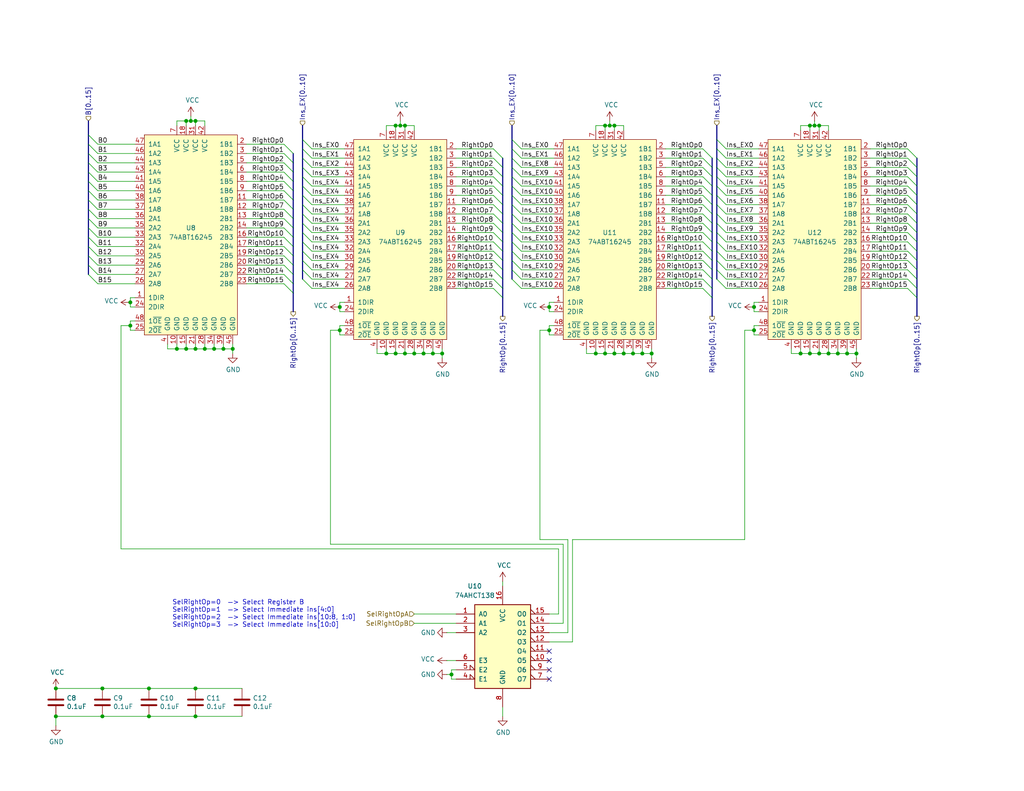
<source format=kicad_sch>
(kicad_sch (version 20250114) (generator "eeschema") (generator_version "9.0")
  (paper "USLetter")
  (title_block (title "Select Right Operand") (date "2025-07-03") (rev "A") (comment 2 "from an immediate value contained in the instruction word.") (comment 3 "The right operand can either take the value from the B port of the register file, or") (comment 4 "Select the right operand to the ALU"))
  (text "SelRightOp=0  —> Select Register B\nSelRightOp=1  —> Select Immediate ins[4:0]\nSelRightOp=2  —> Select Immediate ins[10:8, 1:0]\nSelRightOp=3  —> Select Immediate ins[10:0]" (at 46.99 171.45 0) (effects (font (size 1.27 1.27)) (justify left bottom)))
  (junction (at 231.14 96.52))
  (junction (at 222.25 34.29))
  (junction (at 218.44 96.52))
  (junction (at 109.22 34.29))
  (junction (at 53.34 187.96))
  (junction (at 113.03 96.52))
  (junction (at 58.42 95.25))
  (junction (at 15.24 187.96))
  (junction (at 166.37 34.29))
  (junction (at 226.06 96.52))
  (junction (at 177.8 96.52))
  (junction (at 35.56 82.55))
  (junction (at 15.24 195.58))
  (junction (at 110.49 34.29))
  (junction (at 115.57 96.52))
  (junction (at 220.98 34.29))
  (junction (at 123.19 184.15))
  (junction (at 40.64 187.96))
  (junction (at 60.96 95.25))
  (junction (at 172.72 96.52))
  (junction (at 165.1 34.29))
  (junction (at 53.34 33.02))
  (junction (at 110.49 96.52))
  (junction (at 50.8 33.02))
  (junction (at 120.65 96.52))
  (junction (at 27.94 195.58))
  (junction (at 205.74 83.82))
  (junction (at 27.94 187.96))
  (junction (at 228.6 96.52))
  (junction (at 149.86 90.17))
  (junction (at 167.64 96.52))
  (junction (at 167.64 34.29))
  (junction (at 53.34 195.58))
  (junction (at 162.56 96.52))
  (junction (at 118.11 96.52))
  (junction (at 35.56 88.9))
  (junction (at 63.5 95.25))
  (junction (at 40.64 195.58))
  (junction (at 205.74 90.17))
  (junction (at 165.1 96.52))
  (junction (at 105.41 96.52))
  (junction (at 92.71 83.82))
  (junction (at 48.26 95.25))
  (junction (at 170.18 96.52))
  (junction (at 175.26 96.52))
  (junction (at 52.07 33.02))
  (junction (at 92.71 90.17))
  (junction (at 53.34 95.25))
  (junction (at 107.95 34.29))
  (junction (at 149.86 83.82))
  (junction (at 223.52 96.52))
  (junction (at 233.68 96.52))
  (junction (at 55.88 95.25))
  (junction (at 223.52 34.29))
  (junction (at 220.98 96.52))
  (junction (at 107.95 96.52))
  (junction (at 50.8 95.25))
  (no_connect (at 149.86 177.8))
  (no_connect (at 149.86 185.42))
  (no_connect (at 149.86 180.34))
  (no_connect (at 149.86 182.88))
  (bus_entry (at 24.13 46.99) (size 2.54 2.54))
  (bus_entry (at 198.12 40.64) (size -2.54 -2.54))
  (bus_entry (at 134.62 68.58) (size 2.54 2.54))
  (bus_entry (at 77.47 69.85) (size 2.54 2.54))
  (bus_entry (at 24.13 64.77) (size 2.54 2.54))
  (bus_entry (at 198.12 50.8) (size -2.54 -2.54))
  (bus_entry (at 142.24 76.2) (size -2.54 -2.54))
  (bus_entry (at 24.13 67.31) (size 2.54 2.54))
  (bus_entry (at 85.09 76.2) (size -2.54 -2.54))
  (bus_entry (at 77.47 46.99) (size 2.54 2.54))
  (bus_entry (at 77.47 49.53) (size 2.54 2.54))
  (bus_entry (at 191.77 76.2) (size 2.54 2.54))
  (bus_entry (at 77.47 67.31) (size 2.54 2.54))
  (bus_entry (at 134.62 40.64) (size 2.54 2.54))
  (bus_entry (at 85.09 43.18) (size -2.54 -2.54))
  (bus_entry (at 247.65 43.18) (size 2.54 2.54))
  (bus_entry (at 85.09 63.5) (size -2.54 -2.54))
  (bus_entry (at 85.09 53.34) (size -2.54 -2.54))
  (bus_entry (at 198.12 48.26) (size -2.54 -2.54))
  (bus_entry (at 142.24 55.88) (size -2.54 -2.54))
  (bus_entry (at 198.12 45.72) (size -2.54 -2.54))
  (bus_entry (at 247.65 50.8) (size 2.54 2.54))
  (bus_entry (at 85.09 45.72) (size -2.54 -2.54))
  (bus_entry (at 24.13 52.07) (size 2.54 2.54))
  (bus_entry (at 191.77 73.66) (size 2.54 2.54))
  (bus_entry (at 191.77 63.5) (size 2.54 2.54))
  (bus_entry (at 77.47 41.91) (size 2.54 2.54))
  (bus_entry (at 142.24 68.58) (size -2.54 -2.54))
  (bus_entry (at 247.65 71.12) (size 2.54 2.54))
  (bus_entry (at 191.77 78.74) (size 2.54 2.54))
  (bus_entry (at 85.09 68.58) (size -2.54 -2.54))
  (bus_entry (at 198.12 66.04) (size -2.54 -2.54))
  (bus_entry (at 247.65 48.26) (size 2.54 2.54))
  (bus_entry (at 85.09 78.74) (size -2.54 -2.54))
  (bus_entry (at 191.77 45.72) (size 2.54 2.54))
  (bus_entry (at 24.13 62.23) (size 2.54 2.54))
  (bus_entry (at 142.24 50.8) (size -2.54 -2.54))
  (bus_entry (at 247.65 68.58) (size 2.54 2.54))
  (bus_entry (at 77.47 62.23) (size 2.54 2.54))
  (bus_entry (at 198.12 43.18) (size -2.54 -2.54))
  (bus_entry (at 191.77 48.26) (size 2.54 2.54))
  (bus_entry (at 247.65 58.42) (size 2.54 2.54))
  (bus_entry (at 77.47 64.77) (size 2.54 2.54))
  (bus_entry (at 142.24 78.74) (size -2.54 -2.54))
  (bus_entry (at 191.77 50.8) (size 2.54 2.54))
  (bus_entry (at 191.77 68.58) (size 2.54 2.54))
  (bus_entry (at 77.47 59.69) (size 2.54 2.54))
  (bus_entry (at 247.65 55.88) (size 2.54 2.54))
  (bus_entry (at 247.65 40.64) (size 2.54 2.54))
  (bus_entry (at 134.62 66.04) (size 2.54 2.54))
  (bus_entry (at 191.77 55.88) (size 2.54 2.54))
  (bus_entry (at 24.13 49.53) (size 2.54 2.54))
  (bus_entry (at 191.77 53.34) (size 2.54 2.54))
  (bus_entry (at 134.62 76.2) (size 2.54 2.54))
  (bus_entry (at 77.47 57.15) (size 2.54 2.54))
  (bus_entry (at 198.12 78.74) (size -2.54 -2.54))
  (bus_entry (at 24.13 36.83) (size 2.54 2.54))
  (bus_entry (at 24.13 39.37) (size 2.54 2.54))
  (bus_entry (at 142.24 40.64) (size -2.54 -2.54))
  (bus_entry (at 85.09 71.12) (size -2.54 -2.54))
  (bus_entry (at 134.62 58.42) (size 2.54 2.54))
  (bus_entry (at 134.62 63.5) (size 2.54 2.54))
  (bus_entry (at 134.62 78.74) (size 2.54 2.54))
  (bus_entry (at 198.12 53.34) (size -2.54 -2.54))
  (bus_entry (at 77.47 39.37) (size 2.54 2.54))
  (bus_entry (at 134.62 55.88) (size 2.54 2.54))
  (bus_entry (at 134.62 73.66) (size 2.54 2.54))
  (bus_entry (at 134.62 60.96) (size 2.54 2.54))
  (bus_entry (at 24.13 69.85) (size 2.54 2.54))
  (bus_entry (at 142.24 63.5) (size -2.54 -2.54))
  (bus_entry (at 198.12 55.88) (size -2.54 -2.54))
  (bus_entry (at 142.24 71.12) (size -2.54 -2.54))
  (bus_entry (at 191.77 60.96) (size 2.54 2.54))
  (bus_entry (at 77.47 74.93) (size 2.54 2.54))
  (bus_entry (at 85.09 55.88) (size -2.54 -2.54))
  (bus_entry (at 134.62 50.8) (size 2.54 2.54))
  (bus_entry (at 134.62 45.72) (size 2.54 2.54))
  (bus_entry (at 85.09 73.66) (size -2.54 -2.54))
  (bus_entry (at 134.62 53.34) (size 2.54 2.54))
  (bus_entry (at 198.12 58.42) (size -2.54 -2.54))
  (bus_entry (at 85.09 66.04) (size -2.54 -2.54))
  (bus_entry (at 198.12 63.5) (size -2.54 -2.54))
  (bus_entry (at 24.13 41.91) (size 2.54 2.54))
  (bus_entry (at 247.65 66.04) (size 2.54 2.54))
  (bus_entry (at 85.09 50.8) (size -2.54 -2.54))
  (bus_entry (at 198.12 60.96) (size -2.54 -2.54))
  (bus_entry (at 142.24 60.96) (size -2.54 -2.54))
  (bus_entry (at 198.12 71.12) (size -2.54 -2.54))
  (bus_entry (at 142.24 45.72) (size -2.54 -2.54))
  (bus_entry (at 85.09 48.26) (size -2.54 -2.54))
  (bus_entry (at 142.24 53.34) (size -2.54 -2.54))
  (bus_entry (at 247.65 60.96) (size 2.54 2.54))
  (bus_entry (at 191.77 58.42) (size 2.54 2.54))
  (bus_entry (at 85.09 58.42) (size -2.54 -2.54))
  (bus_entry (at 191.77 71.12) (size 2.54 2.54))
  (bus_entry (at 85.09 40.64) (size -2.54 -2.54))
  (bus_entry (at 198.12 68.58) (size -2.54 -2.54))
  (bus_entry (at 24.13 72.39) (size 2.54 2.54))
  (bus_entry (at 77.47 52.07) (size 2.54 2.54))
  (bus_entry (at 142.24 48.26) (size -2.54 -2.54))
  (bus_entry (at 191.77 43.18) (size 2.54 2.54))
  (bus_entry (at 77.47 44.45) (size 2.54 2.54))
  (bus_entry (at 24.13 44.45) (size 2.54 2.54))
  (bus_entry (at 191.77 40.64) (size 2.54 2.54))
  (bus_entry (at 85.09 60.96) (size -2.54 -2.54))
  (bus_entry (at 142.24 43.18) (size -2.54 -2.54))
  (bus_entry (at 134.62 71.12) (size 2.54 2.54))
  (bus_entry (at 247.65 63.5) (size 2.54 2.54))
  (bus_entry (at 134.62 43.18) (size 2.54 2.54))
  (bus_entry (at 77.47 54.61) (size 2.54 2.54))
  (bus_entry (at 247.65 73.66) (size 2.54 2.54))
  (bus_entry (at 77.47 77.47) (size 2.54 2.54))
  (bus_entry (at 198.12 73.66) (size -2.54 -2.54))
  (bus_entry (at 247.65 78.74) (size 2.54 2.54))
  (bus_entry (at 142.24 58.42) (size -2.54 -2.54))
  (bus_entry (at 142.24 66.04) (size -2.54 -2.54))
  (bus_entry (at 198.12 76.2) (size -2.54 -2.54))
  (bus_entry (at 142.24 73.66) (size -2.54 -2.54))
  (bus_entry (at 24.13 59.69) (size 2.54 2.54))
  (bus_entry (at 77.47 72.39) (size 2.54 2.54))
  (bus_entry (at 247.65 76.2) (size 2.54 2.54))
  (bus_entry (at 191.77 66.04) (size 2.54 2.54))
  (bus_entry (at 24.13 57.15) (size 2.54 2.54))
  (bus_entry (at 247.65 53.34) (size 2.54 2.54))
  (bus_entry (at 24.13 74.93) (size 2.54 2.54))
  (bus_entry (at 24.13 54.61) (size 2.54 2.54))
  (bus_entry (at 134.62 48.26) (size 2.54 2.54))
  (bus_entry (at 247.65 45.72) (size 2.54 2.54))
  (wire (pts (xy 40.64 195.58) (xy 27.94 195.58)))
  (bus (pts (xy 194.31 76.2) (xy 194.31 78.74)))
  (wire (pts (xy 85.09 68.58) (xy 93.98 68.58)))
  (wire (pts (xy 115.57 96.52) (xy 115.57 95.25)))
  (wire (pts (xy 35.56 81.28) (xy 35.56 82.55)))
  (bus (pts (xy 139.7 53.34) (xy 139.7 55.88)))
  (bus (pts (xy 139.7 63.5) (xy 139.7 66.04)))
  (wire (pts (xy 203.2 90.17) (xy 203.2 147.32)))
  (wire (pts (xy 162.56 96.52) (xy 165.1 96.52)))
  (bus (pts (xy 24.13 64.77) (xy 24.13 67.31)))
  (wire (pts (xy 142.24 73.66) (xy 151.13 73.66)))
  (wire (pts (xy 121.92 172.72) (xy 124.46 172.72)))
  (bus (pts (xy 139.7 34.29) (xy 139.7 38.1)))
  (bus (pts (xy 195.58 40.64) (xy 195.58 43.18)))
  (wire (pts (xy 142.24 50.8) (xy 151.13 50.8)))
  (wire (pts (xy 218.44 96.52) (xy 220.98 96.52)))
  (wire (pts (xy 77.47 62.23) (xy 67.31 62.23)))
  (wire (pts (xy 118.11 96.52) (xy 120.65 96.52)))
  (wire (pts (xy 215.9 95.25) (xy 215.9 96.52)))
  (wire (pts (xy 26.67 41.91) (xy 36.83 41.91)))
  (bus (pts (xy 250.19 78.74) (xy 250.19 81.28)))
  (wire (pts (xy 105.41 34.29) (xy 107.95 34.29)))
  (bus (pts (xy 80.01 52.07) (xy 80.01 54.61)))
  (wire (pts (xy 166.37 33.02) (xy 166.37 34.29)))
  (wire (pts (xy 110.49 34.29) (xy 113.03 34.29)))
  (wire (pts (xy 77.47 44.45) (xy 67.31 44.45)))
  (wire (pts (xy 191.77 71.12) (xy 181.61 71.12)))
  (bus (pts (xy 195.58 73.66) (xy 195.58 76.2)))
  (wire (pts (xy 60.96 95.25) (xy 63.5 95.25)))
  (bus (pts (xy 24.13 69.85) (xy 24.13 72.39)))
  (bus (pts (xy 82.55 55.88) (xy 82.55 58.42)))
  (wire (pts (xy 137.16 158.75) (xy 137.16 160.02)))
  (wire (pts (xy 191.77 58.42) (xy 181.61 58.42)))
  (wire (pts (xy 26.67 54.61) (xy 36.83 54.61)))
  (wire (pts (xy 55.88 95.25) (xy 53.34 95.25)))
  (wire (pts (xy 26.67 49.53) (xy 36.83 49.53)))
  (wire (pts (xy 207.01 82.55) (xy 205.74 82.55)))
  (wire (pts (xy 149.86 85.09) (xy 151.13 85.09)))
  (wire (pts (xy 170.18 96.52) (xy 170.18 95.25)))
  (bus (pts (xy 139.7 40.64) (xy 139.7 43.18)))
  (wire (pts (xy 156.21 147.32) (xy 203.2 147.32)))
  (wire (pts (xy 191.77 66.04) (xy 181.61 66.04)))
  (wire (pts (xy 26.67 39.37) (xy 36.83 39.37)))
  (bus (pts (xy 24.13 57.15) (xy 24.13 59.69)))
  (wire (pts (xy 121.92 184.15) (xy 123.19 184.15)))
  (wire (pts (xy 109.22 33.02) (xy 109.22 34.29)))
  (wire (pts (xy 105.41 35.56) (xy 105.41 34.29)))
  (bus (pts (xy 194.31 48.26) (xy 194.31 50.8)))
  (wire (pts (xy 134.62 71.12) (xy 124.46 71.12)))
  (wire (pts (xy 167.64 96.52) (xy 167.64 95.25)))
  (bus (pts (xy 82.55 53.34) (xy 82.55 55.88)))
  (wire (pts (xy 123.19 184.15) (xy 123.19 185.42)))
  (wire (pts (xy 247.65 76.2) (xy 237.49 76.2)))
  (bus (pts (xy 137.16 68.58) (xy 137.16 71.12)))
  (wire (pts (xy 35.56 83.82) (xy 36.83 83.82)))
  (bus (pts (xy 24.13 52.07) (xy 24.13 54.61)))
  (wire (pts (xy 153.67 148.59) (xy 153.67 170.18)))
  (wire (pts (xy 27.94 195.58) (xy 15.24 195.58)))
  (wire (pts (xy 191.77 60.96) (xy 181.61 60.96)))
  (wire (pts (xy 33.02 149.86) (xy 152.4 149.86)))
  (wire (pts (xy 66.04 195.58) (xy 53.34 195.58)))
  (bus (pts (xy 82.55 66.04) (xy 82.55 68.58)))
  (wire (pts (xy 191.77 53.34) (xy 181.61 53.34)))
  (wire (pts (xy 26.67 69.85) (xy 36.83 69.85)))
  (wire (pts (xy 191.77 76.2) (xy 181.61 76.2)))
  (wire (pts (xy 134.62 60.96) (xy 124.46 60.96)))
  (bus (pts (xy 137.16 48.26) (xy 137.16 50.8)))
  (wire (pts (xy 198.12 73.66) (xy 207.01 73.66)))
  (wire (pts (xy 198.12 63.5) (xy 207.01 63.5)))
  (wire (pts (xy 53.34 95.25) (xy 53.34 93.98)))
  (wire (pts (xy 226.06 96.52) (xy 226.06 95.25)))
  (wire (pts (xy 134.62 40.64) (xy 124.46 40.64)))
  (wire (pts (xy 175.26 96.52) (xy 175.26 95.25)))
  (bus (pts (xy 195.58 66.04) (xy 195.58 68.58)))
  (wire (pts (xy 198.12 50.8) (xy 207.01 50.8)))
  (wire (pts (xy 191.77 63.5) (xy 181.61 63.5)))
  (bus (pts (xy 195.58 53.34) (xy 195.58 55.88)))
  (wire (pts (xy 36.83 87.63) (xy 35.56 87.63)))
  (bus (pts (xy 137.16 76.2) (xy 137.16 78.74)))
  (wire (pts (xy 77.47 49.53) (xy 67.31 49.53)))
  (bus (pts (xy 195.58 71.12) (xy 195.58 73.66)))
  (wire (pts (xy 63.5 95.25) (xy 63.5 93.98)))
  (bus (pts (xy 80.01 54.61) (xy 80.01 57.15)))
  (bus (pts (xy 24.13 49.53) (xy 24.13 52.07)))
  (wire (pts (xy 162.56 95.25) (xy 162.56 96.52)))
  (wire (pts (xy 165.1 95.25) (xy 165.1 96.52)))
  (wire (pts (xy 134.62 43.18) (xy 124.46 43.18)))
  (wire (pts (xy 53.34 187.96) (xy 66.04 187.96)))
  (wire (pts (xy 247.65 45.72) (xy 237.49 45.72)))
  (wire (pts (xy 142.24 43.18) (xy 151.13 43.18)))
  (wire (pts (xy 85.09 71.12) (xy 93.98 71.12)))
  (bus (pts (xy 24.13 54.61) (xy 24.13 57.15)))
  (wire (pts (xy 107.95 95.25) (xy 107.95 96.52)))
  (bus (pts (xy 137.16 53.34) (xy 137.16 55.88)))
  (bus (pts (xy 195.58 68.58) (xy 195.58 71.12)))
  (wire (pts (xy 15.24 198.12) (xy 15.24 195.58)))
  (wire (pts (xy 53.34 195.58) (xy 40.64 195.58)))
  (wire (pts (xy 134.62 76.2) (xy 124.46 76.2)))
  (wire (pts (xy 220.98 34.29) (xy 222.25 34.29)))
  (wire (pts (xy 50.8 93.98) (xy 50.8 95.25)))
  (wire (pts (xy 198.12 76.2) (xy 207.01 76.2)))
  (wire (pts (xy 113.03 167.64) (xy 124.46 167.64)))
  (bus (pts (xy 250.19 50.8) (xy 250.19 53.34)))
  (bus (pts (xy 82.55 38.1) (xy 82.55 40.64)))
  (bus (pts (xy 80.01 74.93) (xy 80.01 77.47)))
  (wire (pts (xy 247.65 60.96) (xy 237.49 60.96)))
  (wire (pts (xy 77.47 67.31) (xy 67.31 67.31)))
  (bus (pts (xy 194.31 63.5) (xy 194.31 66.04)))
  (bus (pts (xy 82.55 40.64) (xy 82.55 43.18)))
  (wire (pts (xy 177.8 97.79) (xy 177.8 96.52)))
  (wire (pts (xy 107.95 35.56) (xy 107.95 34.29)))
  (wire (pts (xy 198.12 55.88) (xy 207.01 55.88)))
  (wire (pts (xy 90.17 148.59) (xy 153.67 148.59)))
  (wire (pts (xy 26.67 59.69) (xy 36.83 59.69)))
  (wire (pts (xy 149.86 88.9) (xy 149.86 90.17)))
  (wire (pts (xy 191.77 55.88) (xy 181.61 55.88)))
  (wire (pts (xy 77.47 77.47) (xy 67.31 77.47)))
  (wire (pts (xy 90.17 90.17) (xy 90.17 148.59)))
  (wire (pts (xy 142.24 60.96) (xy 151.13 60.96)))
  (bus (pts (xy 82.55 73.66) (xy 82.55 76.2)))
  (wire (pts (xy 198.12 40.64) (xy 207.01 40.64)))
  (bus (pts (xy 82.55 45.72) (xy 82.55 48.26)))
  (wire (pts (xy 110.49 35.56) (xy 110.49 34.29)))
  (bus (pts (xy 80.01 62.23) (xy 80.01 64.77)))
  (wire (pts (xy 218.44 34.29) (xy 220.98 34.29)))
  (wire (pts (xy 165.1 35.56) (xy 165.1 34.29)))
  (wire (pts (xy 198.12 53.34) (xy 207.01 53.34)))
  (wire (pts (xy 121.92 180.34) (xy 124.46 180.34)))
  (wire (pts (xy 142.24 40.64) (xy 151.13 40.64)))
  (wire (pts (xy 247.65 55.88) (xy 237.49 55.88)))
  (bus (pts (xy 195.58 63.5) (xy 195.58 66.04)))
  (wire (pts (xy 134.62 73.66) (xy 124.46 73.66)))
  (wire (pts (xy 92.71 83.82) (xy 92.71 85.09)))
  (bus (pts (xy 139.7 45.72) (xy 139.7 48.26)))
  (bus (pts (xy 24.13 36.83) (xy 24.13 39.37)))
  (bus (pts (xy 137.16 78.74) (xy 137.16 81.28)))
  (wire (pts (xy 77.47 41.91) (xy 67.31 41.91)))
  (wire (pts (xy 191.77 50.8) (xy 181.61 50.8)))
  (wire (pts (xy 226.06 96.52) (xy 223.52 96.52)))
  (wire (pts (xy 85.09 58.42) (xy 93.98 58.42)))
  (bus (pts (xy 195.58 50.8) (xy 195.58 53.34)))
  (wire (pts (xy 92.71 88.9) (xy 92.71 90.17)))
  (bus (pts (xy 139.7 71.12) (xy 139.7 73.66)))
  (bus (pts (xy 194.31 43.18) (xy 194.31 45.72)))
  (wire (pts (xy 77.47 59.69) (xy 67.31 59.69)))
  (wire (pts (xy 149.86 172.72) (xy 154.94 172.72)))
  (bus (pts (xy 82.55 71.12) (xy 82.55 73.66)))
  (wire (pts (xy 198.12 68.58) (xy 207.01 68.58)))
  (wire (pts (xy 113.03 34.29) (xy 113.03 35.56)))
  (wire (pts (xy 15.24 187.96) (xy 27.94 187.96)))
  (wire (pts (xy 105.41 95.25) (xy 105.41 96.52)))
  (wire (pts (xy 154.94 147.32) (xy 154.94 172.72)))
  (wire (pts (xy 247.65 66.04) (xy 237.49 66.04)))
  (wire (pts (xy 134.62 78.74) (xy 124.46 78.74)))
  (wire (pts (xy 220.98 35.56) (xy 220.98 34.29)))
  (wire (pts (xy 110.49 96.52) (xy 110.49 95.25)))
  (wire (pts (xy 149.86 91.44) (xy 151.13 91.44)))
  (wire (pts (xy 137.16 193.04) (xy 137.16 195.58)))
  (wire (pts (xy 92.71 82.55) (xy 92.71 83.82)))
  (wire (pts (xy 107.95 34.29) (xy 109.22 34.29)))
  (bus (pts (xy 137.16 43.18) (xy 137.16 45.72)))
  (wire (pts (xy 198.12 43.18) (xy 207.01 43.18)))
  (wire (pts (xy 113.03 96.52) (xy 113.03 95.25)))
  (wire (pts (xy 26.67 57.15) (xy 36.83 57.15)))
  (bus (pts (xy 194.31 58.42) (xy 194.31 60.96)))
  (wire (pts (xy 113.03 96.52) (xy 110.49 96.52)))
  (wire (pts (xy 207.01 88.9) (xy 205.74 88.9)))
  (wire (pts (xy 123.19 185.42) (xy 124.46 185.42)))
  (wire (pts (xy 26.67 46.99) (xy 36.83 46.99)))
  (wire (pts (xy 134.62 48.26) (xy 124.46 48.26)))
  (bus (pts (xy 139.7 73.66) (xy 139.7 76.2)))
  (bus (pts (xy 250.19 48.26) (xy 250.19 50.8)))
  (wire (pts (xy 85.09 43.18) (xy 93.98 43.18)))
  (wire (pts (xy 118.11 96.52) (xy 118.11 95.25)))
  (wire (pts (xy 55.88 95.25) (xy 55.88 93.98)))
  (wire (pts (xy 26.67 77.47) (xy 36.83 77.47)))
  (wire (pts (xy 50.8 95.25) (xy 53.34 95.25)))
  (bus (pts (xy 194.31 66.04) (xy 194.31 68.58)))
  (wire (pts (xy 63.5 96.52) (xy 63.5 95.25)))
  (wire (pts (xy 85.09 76.2) (xy 93.98 76.2)))
  (bus (pts (xy 194.31 55.88) (xy 194.31 58.42)))
  (wire (pts (xy 52.07 31.75) (xy 52.07 33.02)))
  (wire (pts (xy 77.47 54.61) (xy 67.31 54.61)))
  (wire (pts (xy 233.68 97.79) (xy 233.68 96.52)))
  (wire (pts (xy 26.67 72.39) (xy 36.83 72.39)))
  (wire (pts (xy 165.1 34.29) (xy 166.37 34.29)))
  (bus (pts (xy 194.31 50.8) (xy 194.31 53.34)))
  (wire (pts (xy 247.65 40.64) (xy 237.49 40.64)))
  (wire (pts (xy 115.57 96.52) (xy 113.03 96.52)))
  (wire (pts (xy 222.25 33.02) (xy 222.25 34.29)))
  (wire (pts (xy 48.26 34.29) (xy 48.26 33.02)))
  (wire (pts (xy 35.56 90.17) (xy 36.83 90.17)))
  (wire (pts (xy 142.24 53.34) (xy 151.13 53.34)))
  (bus (pts (xy 24.13 39.37) (xy 24.13 41.91)))
  (bus (pts (xy 195.58 43.18) (xy 195.58 45.72)))
  (wire (pts (xy 102.87 95.25) (xy 102.87 96.52)))
  (wire (pts (xy 247.65 43.18) (xy 237.49 43.18)))
  (wire (pts (xy 26.67 64.77) (xy 36.83 64.77)))
  (wire (pts (xy 26.67 52.07) (xy 36.83 52.07)))
  (wire (pts (xy 160.02 95.25) (xy 160.02 96.52)))
  (wire (pts (xy 228.6 96.52) (xy 231.14 96.52)))
  (bus (pts (xy 82.55 48.26) (xy 82.55 50.8)))
  (wire (pts (xy 172.72 96.52) (xy 175.26 96.52)))
  (wire (pts (xy 149.86 83.82) (xy 149.86 85.09)))
  (wire (pts (xy 223.52 35.56) (xy 223.52 34.29)))
  (wire (pts (xy 198.12 66.04) (xy 207.01 66.04)))
  (wire (pts (xy 134.62 68.58) (xy 124.46 68.58)))
  (wire (pts (xy 149.86 175.26) (xy 156.21 175.26)))
  (wire (pts (xy 162.56 35.56) (xy 162.56 34.29)))
  (wire (pts (xy 26.67 67.31) (xy 36.83 67.31)))
  (wire (pts (xy 50.8 34.29) (xy 50.8 33.02)))
  (wire (pts (xy 247.65 68.58) (xy 237.49 68.58)))
  (bus (pts (xy 80.01 49.53) (xy 80.01 52.07)))
  (wire (pts (xy 35.56 88.9) (xy 35.56 90.17)))
  (wire (pts (xy 149.86 82.55) (xy 149.86 83.82)))
  (wire (pts (xy 247.65 53.34) (xy 237.49 53.34)))
  (bus (pts (xy 80.01 72.39) (xy 80.01 74.93)))
  (bus (pts (xy 139.7 58.42) (xy 139.7 60.96)))
  (wire (pts (xy 215.9 96.52) (xy 218.44 96.52)))
  (bus (pts (xy 24.13 59.69) (xy 24.13 62.23)))
  (bus (pts (xy 137.16 63.5) (xy 137.16 66.04)))
  (wire (pts (xy 205.74 90.17) (xy 203.2 90.17)))
  (bus (pts (xy 137.16 66.04) (xy 137.16 68.58)))
  (wire (pts (xy 162.56 34.29) (xy 165.1 34.29)))
  (wire (pts (xy 198.12 60.96) (xy 207.01 60.96)))
  (bus (pts (xy 24.13 72.39) (xy 24.13 74.93)))
  (bus (pts (xy 139.7 55.88) (xy 139.7 58.42)))
  (bus (pts (xy 250.19 43.18) (xy 250.19 45.72)))
  (wire (pts (xy 55.88 33.02) (xy 55.88 34.29)))
  (wire (pts (xy 58.42 95.25) (xy 58.42 93.98)))
  (wire (pts (xy 223.52 34.29) (xy 226.06 34.29)))
  (wire (pts (xy 170.18 34.29) (xy 170.18 35.56)))
  (wire (pts (xy 198.12 45.72) (xy 207.01 45.72)))
  (wire (pts (xy 175.26 96.52) (xy 177.8 96.52)))
  (wire (pts (xy 205.74 85.09) (xy 207.01 85.09)))
  (wire (pts (xy 85.09 45.72) (xy 93.98 45.72)))
  (bus (pts (xy 24.13 44.45) (xy 24.13 46.99)))
  (wire (pts (xy 151.13 82.55) (xy 149.86 82.55)))
  (wire (pts (xy 102.87 96.52) (xy 105.41 96.52)))
  (wire (pts (xy 60.96 95.25) (xy 60.96 93.98)))
  (bus (pts (xy 137.16 71.12) (xy 137.16 73.66)))
  (wire (pts (xy 228.6 96.52) (xy 228.6 95.25)))
  (bus (pts (xy 139.7 38.1) (xy 139.7 40.64)))
  (wire (pts (xy 142.24 63.5) (xy 151.13 63.5)))
  (wire (pts (xy 134.62 50.8) (xy 124.46 50.8)))
  (wire (pts (xy 109.22 34.29) (xy 110.49 34.29)))
  (bus (pts (xy 195.58 55.88) (xy 195.58 58.42)))
  (bus (pts (xy 194.31 60.96) (xy 194.31 63.5)))
  (wire (pts (xy 26.67 62.23) (xy 36.83 62.23)))
  (wire (pts (xy 35.56 88.9) (xy 33.02 88.9)))
  (wire (pts (xy 191.77 43.18) (xy 181.61 43.18)))
  (bus (pts (xy 194.31 45.72) (xy 194.31 48.26)))
  (wire (pts (xy 85.09 48.26) (xy 93.98 48.26)))
  (wire (pts (xy 153.67 170.18) (xy 149.86 170.18)))
  (bus (pts (xy 137.16 58.42) (xy 137.16 60.96)))
  (wire (pts (xy 191.77 73.66) (xy 181.61 73.66)))
  (bus (pts (xy 194.31 71.12) (xy 194.31 73.66)))
  (wire (pts (xy 233.68 96.52) (xy 233.68 95.25)))
  (wire (pts (xy 77.47 52.07) (xy 67.31 52.07)))
  (bus (pts (xy 250.19 45.72) (xy 250.19 48.26)))
  (bus (pts (xy 82.55 50.8) (xy 82.55 53.34)))
  (wire (pts (xy 218.44 95.25) (xy 218.44 96.52)))
  (wire (pts (xy 115.57 96.52) (xy 118.11 96.52)))
  (wire (pts (xy 85.09 55.88) (xy 93.98 55.88)))
  (bus (pts (xy 80.01 69.85) (xy 80.01 72.39)))
  (bus (pts (xy 250.19 55.88) (xy 250.19 58.42)))
  (wire (pts (xy 198.12 58.42) (xy 207.01 58.42)))
  (bus (pts (xy 195.58 34.29) (xy 195.58 38.1)))
  (wire (pts (xy 222.25 34.29) (xy 223.52 34.29)))
  (wire (pts (xy 85.09 50.8) (xy 93.98 50.8)))
  (wire (pts (xy 124.46 182.88) (xy 123.19 182.88)))
  (wire (pts (xy 85.09 73.66) (xy 93.98 73.66)))
  (wire (pts (xy 85.09 66.04) (xy 93.98 66.04)))
  (wire (pts (xy 205.74 91.44) (xy 207.01 91.44)))
  (wire (pts (xy 142.24 58.42) (xy 151.13 58.42)))
  (wire (pts (xy 165.1 96.52) (xy 167.64 96.52)))
  (wire (pts (xy 247.65 58.42) (xy 237.49 58.42)))
  (wire (pts (xy 205.74 90.17) (xy 205.74 91.44)))
  (wire (pts (xy 156.21 147.32) (xy 156.21 175.26)))
  (bus (pts (xy 137.16 45.72) (xy 137.16 48.26)))
  (wire (pts (xy 45.72 93.98) (xy 45.72 95.25)))
  (wire (pts (xy 231.14 96.52) (xy 233.68 96.52)))
  (wire (pts (xy 77.47 39.37) (xy 67.31 39.37)))
  (wire (pts (xy 92.71 90.17) (xy 90.17 90.17)))
  (wire (pts (xy 36.83 81.28) (xy 35.56 81.28)))
  (wire (pts (xy 142.24 48.26) (xy 151.13 48.26)))
  (wire (pts (xy 167.64 34.29) (xy 170.18 34.29)))
  (wire (pts (xy 77.47 57.15) (xy 67.31 57.15)))
  (bus (pts (xy 24.13 46.99) (xy 24.13 49.53)))
  (bus (pts (xy 250.19 66.04) (xy 250.19 68.58)))
  (bus (pts (xy 137.16 73.66) (xy 137.16 76.2)))
  (wire (pts (xy 151.13 88.9) (xy 149.86 88.9)))
  (bus (pts (xy 194.31 53.34) (xy 194.31 55.88)))
  (bus (pts (xy 82.55 60.96) (xy 82.55 63.5)))
  (bus (pts (xy 195.58 48.26) (xy 195.58 50.8)))
  (bus (pts (xy 139.7 43.18) (xy 139.7 45.72)))
  (wire (pts (xy 198.12 78.74) (xy 207.01 78.74)))
  (wire (pts (xy 142.24 78.74) (xy 151.13 78.74)))
  (bus (pts (xy 194.31 73.66) (xy 194.31 76.2)))
  (bus (pts (xy 82.55 68.58) (xy 82.55 71.12)))
  (wire (pts (xy 228.6 96.52) (xy 226.06 96.52)))
  (wire (pts (xy 142.24 68.58) (xy 151.13 68.58)))
  (bus (pts (xy 250.19 53.34) (xy 250.19 55.88)))
  (wire (pts (xy 223.52 96.52) (xy 223.52 95.25)))
  (wire (pts (xy 226.06 34.29) (xy 226.06 35.56)))
  (wire (pts (xy 105.41 96.52) (xy 107.95 96.52)))
  (wire (pts (xy 92.71 85.09) (xy 93.98 85.09)))
  (bus (pts (xy 82.55 63.5) (xy 82.55 66.04)))
  (bus (pts (xy 194.31 81.28) (xy 194.31 86.36)))
  (bus (pts (xy 80.01 64.77) (xy 80.01 67.31)))
  (bus (pts (xy 250.19 63.5) (xy 250.19 66.04)))
  (bus (pts (xy 137.16 55.88) (xy 137.16 58.42)))
  (wire (pts (xy 247.65 63.5) (xy 237.49 63.5)))
  (wire (pts (xy 170.18 96.52) (xy 167.64 96.52)))
  (wire (pts (xy 77.47 74.93) (xy 67.31 74.93)))
  (wire (pts (xy 220.98 96.52) (xy 223.52 96.52)))
  (bus (pts (xy 139.7 48.26) (xy 139.7 50.8)))
  (bus (pts (xy 24.13 62.23) (xy 24.13 64.77)))
  (bus (pts (xy 82.55 34.29) (xy 82.55 38.1)))
  (bus (pts (xy 194.31 68.58) (xy 194.31 71.12)))
  (wire (pts (xy 198.12 48.26) (xy 207.01 48.26)))
  (wire (pts (xy 120.65 96.52) (xy 120.65 95.25)))
  (wire (pts (xy 205.74 83.82) (xy 205.74 85.09)))
  (bus (pts (xy 250.19 71.12) (xy 250.19 73.66)))
  (wire (pts (xy 113.03 170.18) (xy 124.46 170.18)))
  (wire (pts (xy 134.62 45.72) (xy 124.46 45.72)))
  (wire (pts (xy 50.8 33.02) (xy 52.07 33.02)))
  (wire (pts (xy 93.98 82.55) (xy 92.71 82.55)))
  (wire (pts (xy 48.26 95.25) (xy 50.8 95.25)))
  (bus (pts (xy 80.01 59.69) (xy 80.01 62.23)))
  (wire (pts (xy 191.77 78.74) (xy 181.61 78.74)))
  (wire (pts (xy 123.19 182.88) (xy 123.19 184.15)))
  (bus (pts (xy 24.13 33.02) (xy 24.13 36.83)))
  (wire (pts (xy 77.47 69.85) (xy 67.31 69.85)))
  (bus (pts (xy 250.19 68.58) (xy 250.19 71.12)))
  (wire (pts (xy 142.24 71.12) (xy 151.13 71.12)))
  (wire (pts (xy 85.09 53.34) (xy 93.98 53.34)))
  (wire (pts (xy 26.67 74.93) (xy 36.83 74.93)))
  (wire (pts (xy 160.02 96.52) (xy 162.56 96.52)))
  (wire (pts (xy 27.94 187.96) (xy 40.64 187.96)))
  (bus (pts (xy 139.7 60.96) (xy 139.7 63.5)))
  (bus (pts (xy 250.19 76.2) (xy 250.19 78.74)))
  (bus (pts (xy 82.55 43.18) (xy 82.55 45.72)))
  (wire (pts (xy 218.44 35.56) (xy 218.44 34.29)))
  (bus (pts (xy 250.19 73.66) (xy 250.19 76.2)))
  (bus (pts (xy 139.7 50.8) (xy 139.7 53.34)))
  (wire (pts (xy 147.32 90.17) (xy 147.32 147.32)))
  (bus (pts (xy 139.7 68.58) (xy 139.7 71.12)))
  (wire (pts (xy 191.77 40.64) (xy 181.61 40.64)))
  (wire (pts (xy 134.62 58.42) (xy 124.46 58.42)))
  (wire (pts (xy 45.72 95.25) (xy 48.26 95.25)))
  (bus (pts (xy 80.01 80.01) (xy 80.01 85.09)))
  (wire (pts (xy 191.77 45.72) (xy 181.61 45.72)))
  (wire (pts (xy 134.62 66.04) (xy 124.46 66.04)))
  (bus (pts (xy 80.01 44.45) (xy 80.01 46.99)))
  (wire (pts (xy 177.8 96.52) (xy 177.8 95.25)))
  (wire (pts (xy 40.64 187.96) (xy 53.34 187.96)))
  (bus (pts (xy 195.58 60.96) (xy 195.58 63.5)))
  (wire (pts (xy 48.26 33.02) (xy 50.8 33.02)))
  (bus (pts (xy 139.7 66.04) (xy 139.7 68.58)))
  (wire (pts (xy 134.62 63.5) (xy 124.46 63.5)))
  (wire (pts (xy 92.71 90.17) (xy 92.71 91.44)))
  (bus (pts (xy 137.16 50.8) (xy 137.16 53.34)))
  (wire (pts (xy 134.62 53.34) (xy 124.46 53.34)))
  (bus (pts (xy 250.19 81.28) (xy 250.19 86.36)))
  (wire (pts (xy 77.47 46.99) (xy 67.31 46.99)))
  (wire (pts (xy 247.65 73.66) (xy 237.49 73.66)))
  (wire (pts (xy 85.09 63.5) (xy 93.98 63.5)))
  (wire (pts (xy 205.74 82.55) (xy 205.74 83.82)))
  (bus (pts (xy 82.55 58.42) (xy 82.55 60.96)))
  (wire (pts (xy 152.4 149.86) (xy 152.4 167.64)))
  (bus (pts (xy 24.13 67.31) (xy 24.13 69.85)))
  (bus (pts (xy 194.31 78.74) (xy 194.31 81.28)))
  (bus (pts (xy 250.19 58.42) (xy 250.19 60.96)))
  (bus (pts (xy 24.13 41.91) (xy 24.13 44.45)))
  (wire (pts (xy 85.09 40.64) (xy 93.98 40.64)))
  (wire (pts (xy 172.72 96.52) (xy 170.18 96.52)))
  (wire (pts (xy 142.24 66.04) (xy 151.13 66.04)))
  (wire (pts (xy 147.32 147.32) (xy 154.94 147.32)))
  (wire (pts (xy 198.12 71.12) (xy 207.01 71.12)))
  (wire (pts (xy 53.34 33.02) (xy 55.88 33.02)))
  (wire (pts (xy 247.65 50.8) (xy 237.49 50.8)))
  (wire (pts (xy 77.47 72.39) (xy 67.31 72.39)))
  (wire (pts (xy 142.24 45.72) (xy 151.13 45.72)))
  (wire (pts (xy 120.65 97.79) (xy 120.65 96.52)))
  (wire (pts (xy 85.09 78.74) (xy 93.98 78.74)))
  (wire (pts (xy 247.65 78.74) (xy 237.49 78.74)))
  (wire (pts (xy 107.95 96.52) (xy 110.49 96.52)))
  (bus (pts (xy 80.01 41.91) (xy 80.01 44.45)))
  (bus (pts (xy 80.01 46.99) (xy 80.01 49.53)))
  (wire (pts (xy 247.65 48.26) (xy 237.49 48.26)))
  (wire (pts (xy 142.24 76.2) (xy 151.13 76.2)))
  (wire (pts (xy 191.77 48.26) (xy 181.61 48.26)))
  (bus (pts (xy 137.16 60.96) (xy 137.16 63.5)))
  (wire (pts (xy 220.98 95.25) (xy 220.98 96.52)))
  (wire (pts (xy 152.4 167.64) (xy 149.86 167.64)))
  (wire (pts (xy 142.24 55.88) (xy 151.13 55.88)))
  (wire (pts (xy 167.64 35.56) (xy 167.64 34.29)))
  (wire (pts (xy 134.62 55.88) (xy 124.46 55.88)))
  (wire (pts (xy 93.98 88.9) (xy 92.71 88.9)))
  (bus (pts (xy 80.01 77.47) (xy 80.01 80.01)))
  (wire (pts (xy 205.74 88.9) (xy 205.74 90.17)))
  (wire (pts (xy 85.09 60.96) (xy 93.98 60.96)))
  (bus (pts (xy 80.01 57.15) (xy 80.01 59.69)))
  (wire (pts (xy 191.77 68.58) (xy 181.61 68.58)))
  (wire (pts (xy 52.07 33.02) (xy 53.34 33.02)))
  (wire (pts (xy 48.26 93.98) (xy 48.26 95.25)))
  (wire (pts (xy 53.34 34.29) (xy 53.34 33.02)))
  (wire (pts (xy 58.42 95.25) (xy 60.96 95.25)))
  (wire (pts (xy 172.72 96.52) (xy 172.72 95.25)))
  (bus (pts (xy 195.58 45.72) (xy 195.58 48.26)))
  (bus (pts (xy 195.58 58.42) (xy 195.58 60.96)))
  (wire (pts (xy 247.65 71.12) (xy 237.49 71.12)))
  (wire (pts (xy 35.56 87.63) (xy 35.56 88.9)))
  (wire (pts (xy 231.14 96.52) (xy 231.14 95.25)))
  (bus (pts (xy 80.01 67.31) (xy 80.01 69.85)))
  (wire (pts (xy 35.56 82.55) (xy 35.56 83.82)))
  (wire (pts (xy 33.02 88.9) (xy 33.02 149.86)))
  (bus (pts (xy 250.19 60.96) (xy 250.19 63.5)))
  (wire (pts (xy 92.71 91.44) (xy 93.98 91.44)))
  (bus (pts (xy 195.58 38.1) (xy 195.58 40.64)))
  (bus (pts (xy 137.16 81.28) (xy 137.16 86.36)))
  (wire (pts (xy 166.37 34.29) (xy 167.64 34.29)))
  (wire (pts (xy 149.86 90.17) (xy 147.32 90.17)))
  (wire (pts (xy 58.42 95.25) (xy 55.88 95.25)))
  (wire (pts (xy 26.67 44.45) (xy 36.83 44.45)))
  (wire (pts (xy 149.86 90.17) (xy 149.86 91.44)))
  (wire (pts (xy 77.47 64.77) (xy 67.31 64.77)))
  (label "B12" (at 26.67 69.85 0))
  (label "Ins_EX0" (at 198.12 40.64 0))
  (label "Ins_EX10" (at 142.24 66.04 0))
  (label "Ins_EX4" (at 85.09 71.12 0))
  (label "RightOp3" (at 247.65 48.26 180))
  (label "RightOp3" (at 77.47 46.99 180))
  (label "RightOp13" (at 191.77 73.66 180))
  (label "Ins_EX0" (at 142.24 40.64 0))
  (label "RightOp6" (at 134.62 55.88 180))
  (label "B14" (at 26.67 74.93 0))
  (label "RightOp6" (at 77.47 54.61 180))
  (label "Ins_EX8" (at 198.12 60.96 0))
  (label "Ins_EX4" (at 85.09 55.88 0))
  (label "Ins_EX10" (at 142.24 53.34 0))
  (label "Ins_EX4" (at 85.09 53.34 0))
  (label "RightOp2" (at 191.77 45.72 180))
  (label "RightOp8" (at 134.62 60.96 180))
  (label "Ins_EX4" (at 85.09 73.66 0))
  (label "B1" (at 26.67 41.91 0))
  (label "B4" (at 26.67 49.53 0))
  (label "Ins_EX4" (at 85.09 76.2 0))
  (label "Ins_EX1" (at 198.12 43.18 0))
  (label "RightOp1" (at 191.77 43.18 180))
  (label "RightOp0" (at 134.62 40.64 180))
  (label "RightOp14" (at 77.47 74.93 180))
  (label "Ins_EX10" (at 198.12 76.2 0))
  (label "RightOp9" (at 134.62 63.5 180))
  (label "RightOp10" (at 134.62 66.04 180))
  (label "RightOp15" (at 77.47 77.47 180))
  (label "B13" (at 26.67 72.39 0))
  (label "RightOp15" (at 191.77 78.74 180))
  (label "RightOp9" (at 191.77 63.5 180))
  (label "Ins_EX10" (at 142.24 73.66 0))
  (label "Ins_EX4" (at 85.09 58.42 0))
  (label "RightOp15" (at 247.65 78.74 180))
  (label "RightOp5" (at 134.62 53.34 180))
  (label "Ins_EX10" (at 198.12 73.66 0))
  (label "Ins_EX9" (at 142.24 48.26 0))
  (label "B15" (at 26.67 77.47 0))
  (label "RightOp8" (at 77.47 59.69 180))
  (label "Ins_EX10" (at 198.12 66.04 0))
  (label "Ins_EX9" (at 198.12 63.5 0))
  (label "RightOp14" (at 247.65 76.2 180))
  (label "RightOp13" (at 247.65 73.66 180))
  (label "RightOp6" (at 191.77 55.88 180))
  (label "RightOp12" (at 77.47 69.85 180))
  (label "RightOp15" (at 134.62 78.74 180))
  (label "Ins_EX10" (at 142.24 78.74 0))
  (label "B9" (at 26.67 62.23 0))
  (label "RightOp10" (at 191.77 66.04 180))
  (label "B6" (at 26.67 54.61 0))
  (label "RightOp1" (at 134.62 43.18 180))
  (label "Ins_EX2" (at 198.12 45.72 0))
  (label "Ins_EX10" (at 198.12 78.74 0))
  (label "RightOp1" (at 247.65 43.18 180))
  (label "RightOp0" (at 191.77 40.64 180))
  (label "RightOp7" (at 247.65 58.42 180))
  (label "RightOp14" (at 191.77 76.2 180))
  (label "Ins_EX10" (at 142.24 63.5 0))
  (label "Ins_EX4" (at 85.09 63.5 0))
  (label "Ins_EX6" (at 198.12 55.88 0))
  (label "RightOp0" (at 77.47 39.37 180))
  (label "RightOp5" (at 247.65 53.34 180))
  (label "Ins_EX10" (at 142.24 55.88 0))
  (label "Ins_EX1" (at 85.09 43.18 0))
  (label "RightOp12" (at 134.62 71.12 180))
  (label "RightOp7" (at 191.77 58.42 180))
  (label "Ins_EX1" (at 142.24 43.18 0))
  (label "RightOp0" (at 247.65 40.64 180))
  (label "B5" (at 26.67 52.07 0))
  (label "Ins_EX8" (at 142.24 45.72 0))
  (label "RightOp10" (at 77.47 64.77 180))
  (label "RightOp9" (at 247.65 63.5 180))
  (label "B3" (at 26.67 46.99 0))
  (label "Ins_EX3" (at 198.12 48.26 0))
  (label "Ins_EX4" (at 85.09 68.58 0))
  (label "B0" (at 26.67 39.37 0))
  (label "RightOp12" (at 191.77 71.12 180))
  (label "B8" (at 26.67 59.69 0))
  (label "Ins_EX10" (at 142.24 68.58 0))
  (label "RightOp12" (at 247.65 71.12 180))
  (label "Ins_EX5" (at 198.12 53.34 0))
  (label "B10" (at 26.67 64.77 0))
  (label "RightOp8" (at 247.65 60.96 180))
  (label "RightOp2" (at 77.47 44.45 180))
  (label "RightOp8" (at 191.77 60.96 180))
  (label "RightOp7" (at 77.47 57.15 180))
  (label "Ins_EX10" (at 142.24 50.8 0))
  (label "RightOp3" (at 191.77 48.26 180))
  (label "Ins_EX10" (at 142.24 60.96 0))
  (label "RightOp9" (at 77.47 62.23 180))
  (label "RightOp2" (at 134.62 45.72 180))
  (label "RightOp13" (at 134.62 73.66 180))
  (label "RightOp4" (at 134.62 50.8 180))
  (label "RightOp5" (at 191.77 53.34 180))
  (label "Ins_EX10" (at 142.24 76.2 0))
  (label "Ins_EX0" (at 85.09 40.64 0))
  (label "RightOp14" (at 134.62 76.2 180))
  (label "Ins_EX4" (at 85.09 66.04 0))
  (label "RightOp1" (at 77.47 41.91 180))
  (label "Ins_EX10" (at 198.12 68.58 0))
  (label "RightOp10" (at 247.65 66.04 180))
  (label "Ins_EX10" (at 142.24 58.42 0))
  (label "Ins_EX4" (at 85.09 78.74 0))
  (label "B2" (at 26.67 44.45 0))
  (label "RightOp3" (at 134.62 48.26 180))
  (label "RightOp13" (at 77.47 72.39 180))
  (label "RightOp11" (at 247.65 68.58 180))
  (label "RightOp11" (at 77.47 67.31 180))
  (label "Ins_EX4" (at 85.09 60.96 0))
  (label "RightOp2" (at 247.65 45.72 180))
  (label "RightOp11" (at 191.77 68.58 180))
  (label "RightOp6" (at 247.65 55.88 180))
  (label "RightOp4" (at 247.65 50.8 180))
  (label "Ins_EX10" (at 142.24 71.12 0))
  (label "Ins_EX10" (at 198.12 71.12 0))
  (label "RightOp11" (at 134.62 68.58 180))
  (label "RightOp4" (at 77.47 49.53 180))
  (label "RightOp7" (at 134.62 58.42 180))
  (label "RightOp5" (at 77.47 52.07 180))
  (label "Ins_EX3" (at 85.09 48.26 0))
  (label "Ins_EX2" (at 85.09 45.72 0))
  (label "RightOp4" (at 191.77 50.8 180))
  (label "Ins_EX4" (at 198.12 50.8 0))
  (label "Ins_EX7" (at 198.12 58.42 0))
  (label "B7" (at 26.67 57.15 0))
  (label "B11" (at 26.67 67.31 0))
  (label "Ins_EX4" (at 85.09 50.8 0))
  (hierarchical_label "Ins_EX[0..10]" (shape input) (at 82.55 34.29 90))
  (hierarchical_label "SelRightOpA" (shape input) (at 113.03 167.64 180))
  (hierarchical_label "RightOp[0..15]" (shape output) (at 194.31 86.36 270))
  (hierarchical_label "RightOp[0..15]" (shape output) (at 250.19 86.36 270))
  (hierarchical_label "RightOp[0..15]" (shape output) (at 80.01 85.09 270))
  (hierarchical_label "SelRightOpB" (shape input) (at 113.03 170.18 180))
  (hierarchical_label "RightOp[0..15]" (shape output) (at 137.16 86.36 270))
  (hierarchical_label "Ins_EX[0..10]" (shape input) (at 195.58 34.29 90))
  (hierarchical_label "B[0..15]" (shape input) (at 24.13 33.02 90))
  (hierarchical_label "Ins_EX[0..10]" (shape input) (at 139.7 34.29 90))
  (symbol (lib_id "power:GND") (at 137.16 195.58 0) (unit 1)
    (property "Reference" "#PWR052" (effects (hide yes)))
    (property "Value" "GND" (at 137.287 199.9742 0))
    (property "Description" "Power symbol creates a global label with name \"GND\" , ground" (effects (hide yes)))
  )
  (symbol (lib_id "power:VCC") (at 137.16 158.75 0) (unit 1)
    (property "Reference" "#PWR051" (effects (hide yes)))
    (property "Value" "VCC" (at 137.5918 154.3558 0))
    (property "Description" "Power symbol creates a global label with name \"VCC\"" (effects (hide yes)))
  )
  (symbol (lib_id "Turtle16:74AHCT138") (at 137.16 175.26 0) (unit 1)
    (property "Reference" "U10" (at 129.54 160.02 0))
    (property "Value" "74AHCT138" (at 129.54 162.56 0))
    (property "Footprint" "Package_SO:TSSOP-16_4.4x5mm_P0.65mm" (effects (hide yes)))
    (property "Datasheet" "https://www.ti.com/general/docs/suppproductinfo.tsp?distId=26&gotoUrl=https://www.ti.com/lit/gpn/sn74ahct138" (effects (hide yes)))
    (property "Manufacturer" "Texas Instruments" (effects (hide yes)))
    (property "Manufacturer#" "SN74AHCT138PWR" (effects (hide yes)))
    (property "Mouser#" "595-SN74AHCT138PWR" (effects (hide yes)))
    (property "Digikey#" "296-1109-1-ND" (effects (hide yes)))
  )
  (symbol (lib_id "power:GND") (at 121.92 172.72 270) (unit 1)
    (property "Reference" "#PWR048" (effects (hide yes)))
    (property "Value" "GND" (at 116.84 172.72 90))
    (property "Description" "Power symbol creates a global label with name \"GND\" , ground" (effects (hide yes)))
  )
  (symbol (lib_id "power:GND") (at 121.92 184.15 270) (unit 1)
    (property "Reference" "#PWR050" (effects (hide yes)))
    (property "Value" "GND" (at 116.84 184.15 90))
    (property "Description" "Power symbol creates a global label with name \"GND\" , ground" (effects (hide yes)))
  )
  (symbol (lib_id "power:VCC") (at 121.92 180.34 90) (unit 1)
    (property "Reference" "#PWR049" (effects (hide yes)))
    (property "Value" "VCC" (at 118.6942 179.959 90) (effects (justify left)))
    (property "Description" "Power symbol creates a global label with name \"VCC\"" (effects (hide yes)))
  )
  (symbol (lib_id "Device:C") (at 66.04 191.77 0) (unit 1)
    (property "Reference" "C12" (at 68.961 190.6016 0) (effects (justify left)))
    (property "Value" "0.1uF" (at 68.961 192.913 0) (effects (justify left)))
    (property "Footprint" "Capacitor_SMD:C_0603_1608Metric" (effects (hide yes)))
    (property "Datasheet" "https://www.mouser.com/datasheet/2/396/taiyo_yuden_12132018_mlcc11_hq_e-1510082.pdf" (effects (hide yes)))
    (property "Manufacturer" "Taiyo Yuden" (effects (hide yes)))
    (property "Manufacturer#" "EMK107B7104KAHT" (effects (hide yes)))
    (property "Mouser#" "963-EMK107B7104KAHT" (effects (hide yes)))
    (property "Digikey#" "587-6004-1-ND" (effects (hide yes)))
  )
  (symbol (lib_id "Device:C") (at 15.24 191.77 0) (unit 1)
    (property "Reference" "C8" (at 18.161 190.6016 0) (effects (justify left)))
    (property "Value" "0.1uF" (at 18.161 192.913 0) (effects (justify left)))
    (property "Footprint" "Capacitor_SMD:C_0603_1608Metric" (effects (hide yes)))
    (property "Datasheet" "https://www.mouser.com/datasheet/2/396/taiyo_yuden_12132018_mlcc11_hq_e-1510082.pdf" (effects (hide yes)))
    (property "Manufacturer" "Taiyo Yuden" (effects (hide yes)))
    (property "Manufacturer#" "EMK107B7104KAHT" (effects (hide yes)))
    (property "Mouser#" "963-EMK107B7104KAHT" (effects (hide yes)))
    (property "Digikey#" "587-6004-1-ND" (effects (hide yes)))
  )
  (symbol (lib_id "Device:C") (at 27.94 191.77 0) (unit 1)
    (property "Reference" "C9" (at 30.861 190.6016 0) (effects (justify left)))
    (property "Value" "0.1uF" (at 30.861 192.913 0) (effects (justify left)))
    (property "Footprint" "Capacitor_SMD:C_0603_1608Metric" (effects (hide yes)))
    (property "Datasheet" "https://www.mouser.com/datasheet/2/396/taiyo_yuden_12132018_mlcc11_hq_e-1510082.pdf" (effects (hide yes)))
    (property "Manufacturer" "Taiyo Yuden" (effects (hide yes)))
    (property "Manufacturer#" "EMK107B7104KAHT" (effects (hide yes)))
    (property "Mouser#" "963-EMK107B7104KAHT" (effects (hide yes)))
    (property "Digikey#" "587-6004-1-ND" (effects (hide yes)))
  )
  (symbol (lib_id "power:VCC") (at 15.24 187.96 0) (unit 1)
    (property "Reference" "#PWR040" (effects (hide yes)))
    (property "Value" "VCC" (at 15.6718 183.5658 0))
    (property "Description" "Power symbol creates a global label with name \"VCC\"" (effects (hide yes)))
  )
  (symbol (lib_id "power:GND") (at 15.24 198.12 0) (unit 1)
    (property "Reference" "#PWR041" (effects (hide yes)))
    (property "Value" "GND" (at 15.367 202.5142 0))
    (property "Description" "Power symbol creates a global label with name \"GND\" , ground" (effects (hide yes)))
  )
  (symbol (lib_id "Device:C") (at 40.64 191.77 0) (unit 1)
    (property "Reference" "C10" (at 43.561 190.6016 0) (effects (justify left)))
    (property "Value" "0.1uF" (at 43.561 192.913 0) (effects (justify left)))
    (property "Footprint" "Capacitor_SMD:C_0603_1608Metric" (effects (hide yes)))
    (property "Datasheet" "https://www.mouser.com/datasheet/2/396/taiyo_yuden_12132018_mlcc11_hq_e-1510082.pdf" (effects (hide yes)))
    (property "Manufacturer" "Taiyo Yuden" (effects (hide yes)))
    (property "Manufacturer#" "EMK107B7104KAHT" (effects (hide yes)))
    (property "Mouser#" "963-EMK107B7104KAHT" (effects (hide yes)))
    (property "Digikey#" "587-6004-1-ND" (effects (hide yes)))
  )
  (symbol (lib_id "Device:C") (at 53.34 191.77 0) (unit 1)
    (property "Reference" "C11" (at 56.261 190.6016 0) (effects (justify left)))
    (property "Value" "0.1uF" (at 56.261 192.913 0) (effects (justify left)))
    (property "Footprint" "Capacitor_SMD:C_0603_1608Metric" (effects (hide yes)))
    (property "Datasheet" "https://www.mouser.com/datasheet/2/396/taiyo_yuden_12132018_mlcc11_hq_e-1510082.pdf" (effects (hide yes)))
    (property "Manufacturer" "Taiyo Yuden" (effects (hide yes)))
    (property "Manufacturer#" "EMK107B7104KAHT" (effects (hide yes)))
    (property "Mouser#" "963-EMK107B7104KAHT" (effects (hide yes)))
    (property "Digikey#" "587-6004-1-ND" (effects (hide yes)))
  )
  (symbol (lib_id "power:VCC") (at 166.37 33.02 0) (unit 1)
    (property "Reference" "#PWR054" (effects (hide yes)))
    (property "Value" "VCC" (at 166.8018 28.6258 0))
    (property "Description" "Power symbol creates a global label with name \"VCC\"" (effects (hide yes)))
  )
  (symbol (lib_id "power:GND") (at 177.8 97.79 0) (unit 1)
    (property "Reference" "#PWR055" (effects (hide yes)))
    (property "Value" "GND" (at 177.927 102.1842 0))
    (property "Description" "Power symbol creates a global label with name \"GND\" , ground" (effects (hide yes)))
  )
  (symbol (lib_id "power:VCC") (at 149.86 83.82 90) (unit 1)
    (property "Reference" "#PWR053" (effects (hide yes)))
    (property "Value" "VCC" (at 146.6342 83.439 90) (effects (justify left)))
    (property "Description" "Power symbol creates a global label with name \"VCC\"" (effects (hide yes)))
  )
  (symbol (lib_id "Turtle16:74ABT16245") (at 166.37 64.77 0) (unit 1)
    (property "Reference" "U11" (at 166.37 63.5 0))
    (property "Value" "74ABT16245" (at 166.37 66.04 0))
    (property "Footprint" "Package_SO:TSSOP-48_6.1x12.5mm_P0.5mm" (effects (hide yes)))
    (property "Datasheet" "https://www.ti.com/general/docs/suppproductinfo.tsp?distId=26&gotoUrl=https://www.ti.com/lit/gpn/sn74abth16245" (effects (hide yes)))
    (property "Manufacturer" "Texas Instruments" (effects (hide yes)))
    (property "Manufacturer#" "SN74ABTH16245DGGR" (effects (hide yes)))
    (property "Mouser#" "595-SNABTH16245DGGR" (effects (hide yes)))
    (property "Digikey#" "296-4124-1-ND" (effects (hide yes)))
  )
  (symbol (lib_id "power:VCC") (at 52.07 31.75 0) (unit 1)
    (property "Reference" "#PWR043" (effects (hide yes)))
    (property "Value" "VCC" (at 52.5018 27.3558 0))
    (property "Description" "Power symbol creates a global label with name \"VCC\"" (effects (hide yes)))
  )
  (symbol (lib_id "power:GND") (at 63.5 96.52 0) (unit 1)
    (property "Reference" "#PWR044" (effects (hide yes)))
    (property "Value" "GND" (at 63.627 100.9142 0))
    (property "Description" "Power symbol creates a global label with name \"GND\" , ground" (effects (hide yes)))
  )
  (symbol (lib_id "power:VCC") (at 35.56 82.55 90) (unit 1)
    (property "Reference" "#PWR042" (effects (hide yes)))
    (property "Value" "VCC" (at 32.3342 82.169 90) (effects (justify left)))
    (property "Description" "Power symbol creates a global label with name \"VCC\"" (effects (hide yes)))
  )
  (symbol (lib_id "Turtle16:74ABT16245") (at 52.07 63.5 0) (unit 1)
    (property "Reference" "U8" (at 52.07 62.23 0))
    (property "Value" "74ABT16245" (at 52.07 64.77 0))
    (property "Footprint" "Package_SO:TSSOP-48_6.1x12.5mm_P0.5mm" (effects (hide yes)))
    (property "Datasheet" "https://www.ti.com/general/docs/suppproductinfo.tsp?distId=26&gotoUrl=https://www.ti.com/lit/gpn/sn74abth16245" (effects (hide yes)))
    (property "Manufacturer" "Texas Instruments" (effects (hide yes)))
    (property "Manufacturer#" "SN74ABTH16245DGGR" (effects (hide yes)))
    (property "Mouser#" "595-SNABTH16245DGGR" (effects (hide yes)))
    (property "Digikey#" "296-4124-1-ND" (effects (hide yes)))
  )
  (symbol (lib_id "power:VCC") (at 109.22 33.02 0) (unit 1)
    (property "Reference" "#PWR046" (effects (hide yes)))
    (property "Value" "VCC" (at 109.6518 28.6258 0))
    (property "Description" "Power symbol creates a global label with name \"VCC\"" (effects (hide yes)))
  )
  (symbol (lib_id "power:GND") (at 120.65 97.79 0) (unit 1)
    (property "Reference" "#PWR047" (effects (hide yes)))
    (property "Value" "GND" (at 120.777 102.1842 0))
    (property "Description" "Power symbol creates a global label with name \"GND\" , ground" (effects (hide yes)))
  )
  (symbol (lib_id "power:VCC") (at 92.71 83.82 90) (unit 1)
    (property "Reference" "#PWR045" (effects (hide yes)))
    (property "Value" "VCC" (at 89.4842 83.439 90) (effects (justify left)))
    (property "Description" "Power symbol creates a global label with name \"VCC\"" (effects (hide yes)))
  )
  (symbol (lib_id "Turtle16:74ABT16245") (at 109.22 64.77 0) (unit 1)
    (property "Reference" "U9" (at 109.22 63.5 0))
    (property "Value" "74ABT16245" (at 109.22 66.04 0))
    (property "Footprint" "Package_SO:TSSOP-48_6.1x12.5mm_P0.5mm" (effects (hide yes)))
    (property "Datasheet" "https://www.ti.com/general/docs/suppproductinfo.tsp?distId=26&gotoUrl=https://www.ti.com/lit/gpn/sn74abth16245" (effects (hide yes)))
    (property "Manufacturer" "Texas Instruments" (effects (hide yes)))
    (property "Manufacturer#" "SN74ABTH16245DGGR" (effects (hide yes)))
    (property "Mouser#" "595-SNABTH16245DGGR" (effects (hide yes)))
    (property "Digikey#" "296-4124-1-ND" (effects (hide yes)))
  )
  (symbol (lib_id "power:VCC") (at 222.25 33.02 0) (unit 1)
    (property "Reference" "#PWR057" (effects (hide yes)))
    (property "Value" "VCC" (at 222.6818 28.6258 0))
    (property "Description" "Power symbol creates a global label with name \"VCC\"" (effects (hide yes)))
  )
  (symbol (lib_id "power:GND") (at 233.68 97.79 0) (unit 1)
    (property "Reference" "#PWR058" (effects (hide yes)))
    (property "Value" "GND" (at 233.807 102.1842 0))
    (property "Description" "Power symbol creates a global label with name \"GND\" , ground" (effects (hide yes)))
  )
  (symbol (lib_id "power:VCC") (at 205.74 83.82 90) (unit 1)
    (property "Reference" "#PWR056" (effects (hide yes)))
    (property "Value" "VCC" (at 202.5142 83.439 90) (effects (justify left)))
    (property "Description" "Power symbol creates a global label with name \"VCC\"" (effects (hide yes)))
  )
  (symbol (lib_id "Turtle16:74ABT16245") (at 222.25 64.77 0) (unit 1)
    (property "Reference" "U12" (at 222.25 63.5 0))
    (property "Value" "74ABT16245" (at 222.25 66.04 0))
    (property "Footprint" "Package_SO:TSSOP-48_6.1x12.5mm_P0.5mm" (effects (hide yes)))
    (property "Datasheet" "https://www.ti.com/general/docs/suppproductinfo.tsp?distId=26&gotoUrl=https://www.ti.com/lit/gpn/sn74abth16245" (effects (hide yes)))
    (property "Manufacturer" "Texas Instruments" (effects (hide yes)))
    (property "Manufacturer#" "SN74ABTH16245DGGR" (effects (hide yes)))
    (property "Mouser#" "595-SNABTH16245DGGR" (effects (hide yes)))
    (property "Digikey#" "296-4124-1-ND" (effects (hide yes)))
  )
)
</source>
